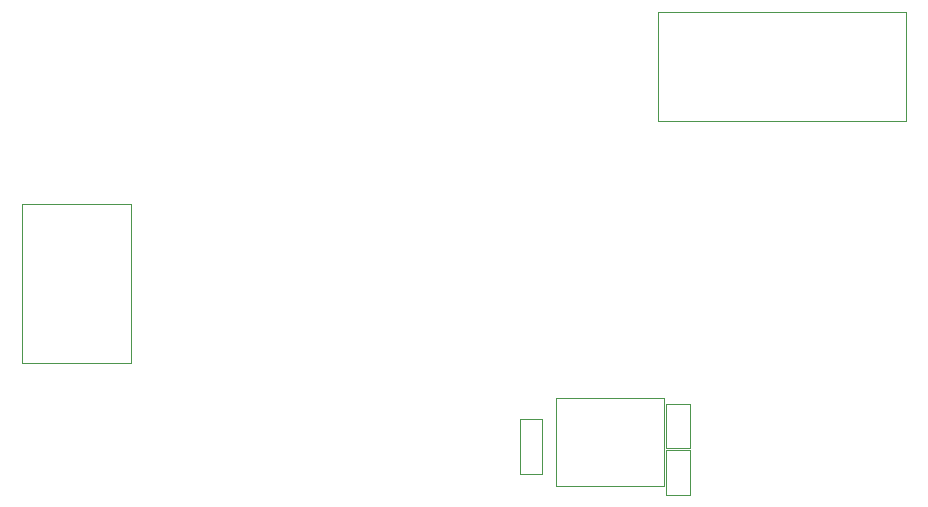
<source format=gbr>
%TF.GenerationSoftware,KiCad,Pcbnew,(5.1.10)-1*%
%TF.CreationDate,2021-09-26T01:53:07+10:00*%
%TF.ProjectId,RedPyKeeb_MCU,52656450-794b-4656-9562-5f4d43552e6b,rev?*%
%TF.SameCoordinates,Original*%
%TF.FileFunction,Other,User*%
%FSLAX46Y46*%
G04 Gerber Fmt 4.6, Leading zero omitted, Abs format (unit mm)*
G04 Created by KiCad (PCBNEW (5.1.10)-1) date 2021-09-26 01:53:07*
%MOMM*%
%LPD*%
G01*
G04 APERTURE LIST*
%ADD10C,0.050000*%
G04 APERTURE END LIST*
D10*
%TO.C,R1*%
X62803200Y-62874400D02*
X62803200Y-58174400D01*
X62803200Y-62874400D02*
X64603200Y-62874400D01*
X64603200Y-58174400D02*
X62803200Y-58174400D01*
X64603200Y-58174400D02*
X64603200Y-62874400D01*
%TO.C,U1*%
X74988800Y-56447200D02*
X65828800Y-56447200D01*
X65828800Y-56447200D02*
X65828800Y-63847200D01*
X65828800Y-63847200D02*
X74988800Y-63847200D01*
X74988800Y-63847200D02*
X74988800Y-56447200D01*
%TO.C,J2*%
X95470000Y-23788000D02*
X74470000Y-23788000D01*
X95470000Y-32988000D02*
X95470000Y-23788000D01*
X74470000Y-32988000D02*
X95470000Y-32988000D01*
X74470000Y-23788000D02*
X74470000Y-32988000D01*
%TO.C,J0*%
X20638400Y-39995200D02*
X20638400Y-53495200D01*
X29838400Y-39995200D02*
X20638400Y-39995200D01*
X29838400Y-53495200D02*
X29838400Y-39995200D01*
X20638400Y-53495200D02*
X29838400Y-53495200D01*
%TO.C,C1*%
X75169200Y-60858000D02*
X77129200Y-60858000D01*
X77129200Y-60858000D02*
X77129200Y-64618000D01*
X77129200Y-64618000D02*
X75169200Y-64618000D01*
X75169200Y-64618000D02*
X75169200Y-60858000D01*
%TO.C,C2*%
X77129200Y-56946400D02*
X77129200Y-60706400D01*
X75169200Y-56946400D02*
X77129200Y-56946400D01*
X75169200Y-60706400D02*
X75169200Y-56946400D01*
X77129200Y-60706400D02*
X75169200Y-60706400D01*
%TD*%
M02*

</source>
